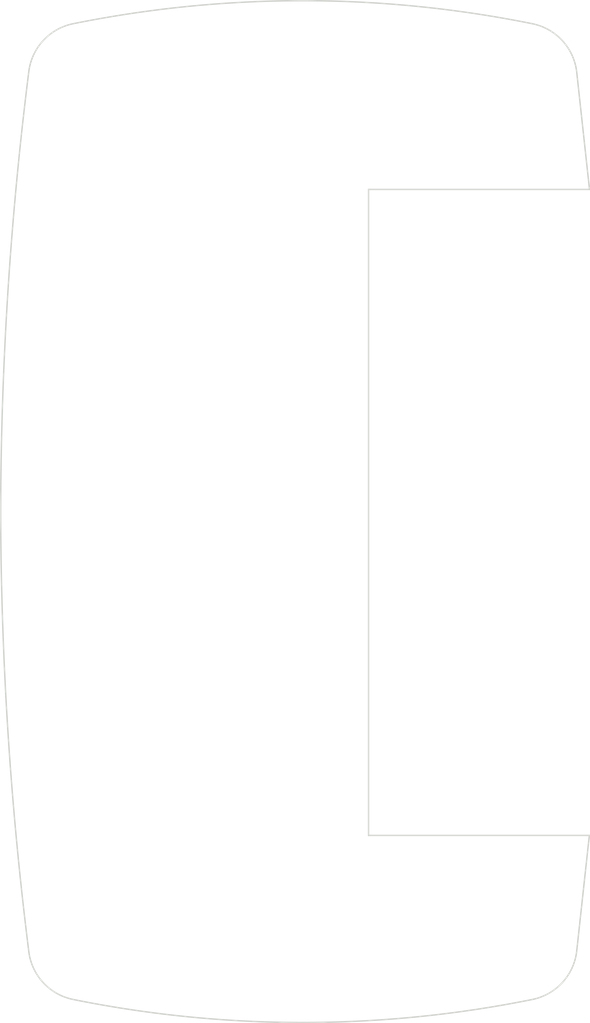
<source format=kicad_pcb>
(kicad_pcb (version 4) (host pcbnew 4.0.0-rc1-stable)

  (general
    (links 0)
    (no_connects 0)
    (area 121.949998 54.129343 376.418183 146.371478)
    (thickness 1.6)
    (drawings 18)
    (tracks 0)
    (zones 0)
    (modules 0)
    (nets 1)
  )

  (page A4)
  (layers
    (0 F.Cu signal)
    (31 B.Cu signal)
    (32 B.Adhes user)
    (33 F.Adhes user)
    (34 B.Paste user)
    (35 F.Paste user)
    (36 B.SilkS user)
    (37 F.SilkS user)
    (38 B.Mask user)
    (39 F.Mask user)
    (40 Dwgs.User user)
    (41 Cmts.User user)
    (42 Eco1.User user)
    (43 Eco2.User user)
    (44 Edge.Cuts user)
    (45 Margin user)
    (46 B.CrtYd user)
    (47 F.CrtYd user)
    (48 B.Fab user)
    (49 F.Fab user)
  )

  (setup
    (last_trace_width 0.25)
    (trace_clearance 0.2)
    (zone_clearance 0.508)
    (zone_45_only no)
    (trace_min 0.2)
    (segment_width 0.15)
    (edge_width 0.15)
    (via_size 0.6)
    (via_drill 0.4)
    (via_min_size 0.4)
    (via_min_drill 0.3)
    (uvia_size 0.3)
    (uvia_drill 0.1)
    (uvias_allowed no)
    (uvia_min_size 0.2)
    (uvia_min_drill 0.1)
    (pcb_text_width 0.3)
    (pcb_text_size 1.5 1.5)
    (mod_edge_width 0.15)
    (mod_text_size 1 1)
    (mod_text_width 0.15)
    (pad_size 1.524 1.524)
    (pad_drill 0.762)
    (pad_to_mask_clearance 0.2)
    (aux_axis_origin 0 0)
    (visible_elements FFFFFF7F)
    (pcbplotparams
      (layerselection 0x00030_80000001)
      (usegerberextensions false)
      (excludeedgelayer true)
      (linewidth 0.100000)
      (plotframeref false)
      (viasonmask false)
      (mode 1)
      (useauxorigin false)
      (hpglpennumber 1)
      (hpglpenspeed 20)
      (hpglpendiameter 15)
      (hpglpenoverlay 2)
      (psnegative false)
      (psa4output false)
      (plotreference true)
      (plotvalue true)
      (plotinvisibletext false)
      (padsonsilk false)
      (subtractmaskfromsilk false)
      (outputformat 1)
      (mirror false)
      (drillshape 1)
      (scaleselection 1)
      (outputdirectory ""))
  )

  (net 0 "")

  (net_class Default "This is the default net class."
    (clearance 0.2)
    (trace_width 0.25)
    (via_dia 0.6)
    (via_drill 0.4)
    (uvia_dia 0.3)
    (uvia_drill 0.1)
  )

  (gr_circle (center 143.519881 130.25) (end 147.213652 130.25) (layer Cmts.User) (width 0.1))
  (gr_circle (center 143.519881 70.25) (end 147.213652 70.25) (layer Cmts.User) (width 0.1))
  (gr_circle (center 143.519881 122.25) (end 144.591698 122.25) (layer Cmts.User) (width 0.1))
  (gr_arc (start 127.951907 69.410439) (end 127.126525 65.516731) (angle -70.19178735) (layer Edge.Cuts) (width 0.1))
  (gr_line (start 148.208127 123.309027) (end 148.208127 77.309027) (layer Edge.Cuts) (width 0.1))
  (gr_circle (center 143.519881 78.25) (end 144.591698 78.25) (layer Cmts.User) (width 0.1))
  (gr_arc (start 143.521106 54.179344) (end 127.124242 134.983117) (angle -22.93924196) (layer Edge.Cuts) (width 0.1))
  (gr_arc (start 159.087083 69.410595) (end 163.030869 68.867396) (angle -70.19406662) (layer Edge.Cuts) (width 0.1))
  (gr_arc (start 127.948226 131.093498) (end 124.012576 131.658074) (angle -69.87570578) (layer Edge.Cuts) (width 0.1))
  (gr_arc (start 376.037129 100.768337) (end 124.008881 68.867513) (angle -6.984253995) (layer Edge.Cuts) (width 0.1))
  (gr_line (start 163.951993 77.309027) (end 163.030869 68.867396) (layer Edge.Cuts) (width 0.1))
  (gr_line (start 163.029819 131.637391) (end 163.940406 123.309027) (layer Edge.Cuts) (width 0.1))
  (gr_arc (start 143.521107 146.321477) (end 159.912311 65.516045) (angle -22.93586995) (layer Edge.Cuts) (width 0.1))
  (gr_arc (start 159.09119 131.094073) (end 159.914585 134.983804) (angle -70.19367212) (layer Edge.Cuts) (width 0.1))
  (gr_arc (start 376.368182 99.706842) (end 122.000054 100.75) (angle -6.980967132) (layer Edge.Cuts) (width 0.1))
  (gr_line (start 163.940406 123.309027) (end 148.208127 123.309027) (layer Edge.Cuts) (width 0.1))
  (gr_line (start 148.208127 77.309027) (end 163.951993 77.309027) (layer Edge.Cuts) (width 0.1))
  (gr_line (start 122 99.75) (end 122.000054 100.75) (layer Edge.Cuts) (width 0.1))

)

</source>
